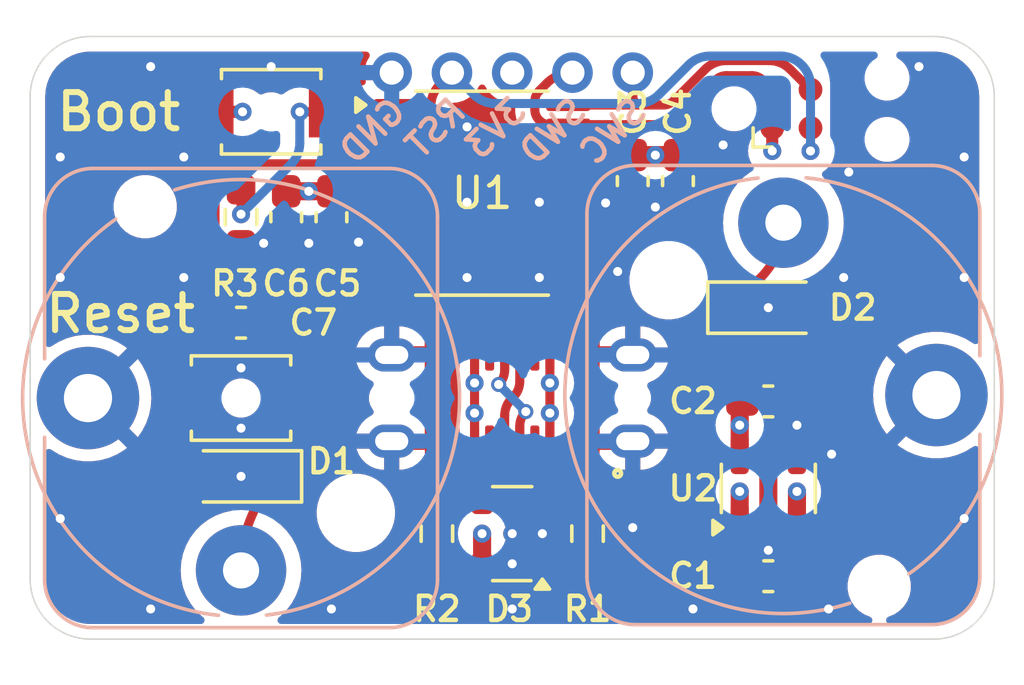
<source format=kicad_pcb>
(kicad_pcb (version 20240108) (generator "pcbnew") (generator_version "8.0")
  (layers (0 "F.Cu" signal) (1 "In1.Cu" signal) (2 "In2.Cu" signal) (31 "B.Cu" signal) (34 "B.Paste" user) (35 "F.Paste" user) (36 "B.SilkS" user "B.Silkscreen") (37 "F.SilkS" user "F.Silkscreen") (38 "B.Mask" user) (39 "F.Mask" user) (44 "Edge.Cuts" user))
  (net 0 "")
  (net 1 "GND")
  (net 2 "SW1")
  (net 3 "SW2")
  (net 5 "VBUS")
  (net 7 "D+")
  (net 8 "Net-(J3-CC2)")
  (net 10 "Net-(J3-CC1)")
  (net 11 "D-")
  (net 12 "RST")
  (net 13 "+3V3")
  (net 15 "SWDIO")
  (net 16 "SWCLK")
  (net 17 "BOOT0")
  (footprint "Connector:Tag-Connect_TC2030-IDC-NL_2x03_P1.27mm_Vertical" (layer "F.Cu") (at 109.9 90.4)
    (property "Reference" "J5" (hide yes))
    (property "Value" "TC2030_SWD")
    (fp_line (start -1.905 1.27) (end -1.905 0.635) (stroke (width 0.12)) (layer "F.SilkS"))
    (fp_line (start -1.27 1.27) (end -1.905 1.27) (stroke (width 0.12)) (layer "F.SilkS"))
    (pad "" np_thru_hole circle (at -2.54 0) (size 0.9906 0.9906) (drill 0.9906) (layers "*.Cu" "*.Mask"))
    (pad "" np_thru_hole circle (at 2.54 -1.016) (size 0.9906 0.9906) (drill 0.9906) (layers "*.Cu" "*.Mask"))
    (pad "" np_thru_hole circle (at 2.54 1.016) (size 0.9906 0.9906) (drill 0.9906) (layers "*.Cu" "*.Mask"))
    (pad "1" connect circle (at -1.27 0.635) (size 0.7874 0.7874) (layers "F.Cu" "F.Mask") (net 13 "+3V3"))
    (pad "2" connect circle (at -1.27 -0.635) (size 0.7874 0.7874) (layers "F.Cu" "F.Mask") (net 15 "SWDIO"))
    (pad "3" connect circle (at 0 0.635) (size 0.7874 0.7874) (layers "F.Cu" "F.Mask") (net 12 "RST"))
    (pad "4" connect circle (at 0 -0.635) (size 0.7874 0.7874) (layers "F.Cu" "F.Mask") (net 16 "SWCLK"))
    (pad "5" connect circle (at 1.27 0.635) (size 0.7874 0.7874) (layers "F.Cu" "F.Mask") (net 1 "GND"))
    (pad "6" connect circle (at 1.27 -0.635) (size 0.7874 0.7874) (layers "F.Cu" "F.Mask"))
    (zone (net 0) (net_name "") (layer "F.Cu") (connect_pads (clearance 0)) (min_thickness 0.254)
      (keepout (tracks allowed) (vias not_allowed) (pads allowed) (copperpour not_allowed) (footprints not_allowed))
      (fill (thermal_gap 0.508) (thermal_bridge_width 0.508))
      (polygon (pts (xy 111.17 89.765) (xy 108.63 89.765) (xy 108.63 91.035) (xy 111.17 91.035)))
    )
  )
  (footprint "Capacitor_SMD:C_0603_1608Metric_Pad1.08x0.95mm_HandSolder" (layer "F.Cu") (at 108.5 100.1125)
    (property "Reference" "C2" (at -2.5 -0.0125 180) (layer "F.SilkS") (effects (font (size 0.8 0.8))))
    (property "Value" "1u")
    (fp_line (start -0.146267 -0.51) (end 0.146267 -0.51) (stroke (width 0.12)) (layer "F.SilkS"))
    (fp_line (start -0.146267 0.51) (end 0.146267 0.51) (stroke (width 0.12)) (layer "F.SilkS"))
    (pad "1" smd roundrect (at -0.8625 0) (size 1.075 0.95) (layers "F.Cu" "F.Paste" "F.Mask") (net 13 "+3V3"))
    (pad "2" smd roundrect (at 0.8625 0) (size 1.075 0.95) (layers "F.Cu" "F.Paste" "F.Mask") (net 1 "GND"))
  )
  (footprint "Capacitor_SMD:C_0603_1608Metric_Pad1.08x0.95mm_HandSolder" (layer "F.Cu") (at 92.5 94 -90)
    (property "Reference" "C6" (at 2.2 0 180) (layer "F.SilkS") (effects (font (size 0.8 0.8))))
    (property "Value" "1u")
    (fp_line (start -0.146267 0.51) (end 0.146267 0.51) (stroke (width 0.12)) (layer "F.SilkS"))
    (fp_line (start -0.146267 -0.51) (end 0.146267 -0.51) (stroke (width 0.12)) (layer "F.SilkS"))
    (pad "1" smd roundrect (at -0.8625 0 270) (size 1.075 0.95) (layers "F.Cu" "F.Paste" "F.Mask") (net 13 "+3V3"))
    (pad "2" smd roundrect (at 0.8625 0 270) (size 1.075 0.95) (layers "F.Cu" "F.Paste" "F.Mask") (net 1 "GND"))
  )
  (footprint "Capacitor_SMD:C_0603_1608Metric_Pad1.08x0.95mm_HandSolder" (layer "F.Cu") (at 94 94 -90)
    (property "Reference" "C5" (at 2.2 -0.2 180) (layer "F.SilkS") (effects (font (size 0.8 0.8))))
    (property "Value" "10n")
    (fp_line (start -0.146267 0.51) (end 0.146267 0.51) (stroke (width 0.12)) (layer "F.SilkS"))
    (fp_line (start -0.146267 -0.51) (end 0.146267 -0.51) (stroke (width 0.12)) (layer "F.SilkS"))
    (pad "1" smd roundrect (at -0.8625 0 270) (size 1.075 0.95) (layers "F.Cu" "F.Paste" "F.Mask") (net 13 "+3V3"))
    (pad "2" smd roundrect (at 0.8625 0 270) (size 1.075 0.95) (layers "F.Cu" "F.Paste" "F.Mask") (net 1 "GND"))
  )
  (footprint "Resistor_SMD:R_0603_1608Metric_Pad0.98x0.95mm_HandSolder" (layer "F.Cu") (at 102.5 104.5 -90)
    (property "Reference" "R1" (at 2.5 0 180) (layer "F.SilkS") (effects (font (size 0.8 0.8))))
    (property "Value" "5.1k")
    (fp_line (start -0.254724 0.5225) (end 0.254724 0.5225) (stroke (width 0.12)) (layer "F.SilkS"))
    (fp_line (start -0.254724 -0.5225) (end 0.254724 -0.5225) (stroke (width 0.12)) (layer "F.SilkS"))
    (pad "1" smd roundrect (at -0.9125 0 270) (size 0.975 0.95) (layers "F.Cu" "F.Paste" "F.Mask") (net 10 "Net-(J3-CC1)"))
    (pad "2" smd roundrect (at 0.9125 0 270) (size 0.975 0.95) (layers "F.Cu" "F.Paste" "F.Mask") (net 1 "GND"))
  )
  (footprint "Capacitor_SMD:C_0603_1608Metric_Pad1.08x0.95mm_HandSolder" (layer "F.Cu") (at 108.5 105.9125)
    (property "Reference" "C1" (at -2.5 -0.0125 180) (layer "F.SilkS") (effects (font (size 0.8 0.8))))
    (property "Value" "1u")
    (fp_line (start -0.146267 -0.51) (end 0.146267 -0.51) (stroke (width 0.12)) (layer "F.SilkS"))
    (fp_line (start -0.146267 0.51) (end 0.146267 0.51) (stroke (width 0.12)) (layer "F.SilkS"))
    (pad "1" smd roundrect (at -0.8625 0) (size 1.075 0.95) (layers "F.Cu" "F.Paste" "F.Mask") (net 5 "VBUS"))
    (pad "2" smd roundrect (at 0.8625 0) (size 1.075 0.95) (layers "F.Cu" "F.Paste" "F.Mask") (net 1 "GND"))
  )
  (footprint "Resistor_SMD:R_0603_1608Metric_Pad0.98x0.95mm_HandSolder" (layer "F.Cu") (at 91 94 -90)
    (property "Reference" "R3" (at 2.2 0.2 180) (layer "F.SilkS") (effects (font (size 0.8 0.8))))
    (property "Value" "10k")
    (fp_line (start -0.254724 0.5225) (end 0.254724 0.5225) (stroke (width 0.12)) (layer "F.SilkS"))
    (fp_line (start -0.254724 -0.5225) (end 0.254724 -0.5225) (stroke (width 0.12)) (layer "F.SilkS"))
    (pad "1" smd roundrect (at -0.9125 0 270) (size 0.975 0.95) (layers "F.Cu" "F.Paste" "F.Mask") (net 17 "BOOT0"))
    (pad "2" smd roundrect (at 0.9125 0 270) (size 0.975 0.95) (layers "F.Cu" "F.Paste" "F.Mask") (net 1 "GND"))
  )
  (footprint "Capacitor_SMD:C_0603_1608Metric_Pad1.08x0.95mm_HandSolder" (layer "F.Cu") (at 91 97.5 180)
    (property "Reference" "C7" (at -2.4 0 0) (layer "F.SilkS") (effects (font (size 0.8 0.8) (thickness 0.15) (bold yes))))
    (property "Value" "100n")
    (fp_line (start -0.146267 0.51) (end 0.146267 0.51) (stroke (width 0.12)) (layer "F.SilkS"))
    (fp_line (start -0.146267 -0.51) (end 0.146267 -0.51) (stroke (width 0.12)) (layer "F.SilkS"))
    (pad "1" smd roundrect (at -0.8625 0 180) (size 1.075 0.95) (layers "F.Cu" "F.Paste" "F.Mask") (net 12 "RST"))
    (pad "2" smd roundrect (at 0.8625 0 180) (size 1.075 0.95) (layers "F.Cu" "F.Paste" "F.Mask") (net 1 "GND"))
  )
  (footprint "Package_TO_SOT_SMD:SOT-23-5" (layer "F.Cu") (at 108.5 103 90)
    (property "Reference" "U2" (at 0 -2.5 180) (layer "F.SilkS") (effects (font (size 0.8 0.8))))
    (property "Value" "TPS7A0533PDBV")
    (fp_line (start 0 -1.56) (end 0.8 -1.56) (stroke (width 0.12)) (layer "F.SilkS"))
    (fp_line (start 0 -1.56) (end -0.8 -1.56) (stroke (width 0.12)) (layer "F.SilkS"))
    (fp_line (start 0 1.56) (end 0.8 1.56) (stroke (width 0.12)) (layer "F.SilkS"))
    (fp_line (start 0 1.56) (end -0.8 1.56) (stroke (width 0.12)) (layer "F.SilkS"))
    (fp_poly (pts (xy -1.3 -1.51) (xy -1.54 -1.84) (xy -1.06 -1.84) (xy -1.3 -1.51)) (stroke (width 0.12)) (fill solid) (layer "F.SilkS"))
    (pad "1" smd roundrect (at -1.1375 -0.95 90) (size 1.325 0.6) (layers "F.Cu" "F.Paste" "F.Mask") (net 5 "VBUS"))
    (pad "2" smd roundrect (at -1.1375 0 90) (size 1.325 0.6) (layers "F.Cu" "F.Paste" "F.Mask") (net 1 "GND"))
    (pad "3" smd roundrect (at -1.1375 0.95 90) (size 1.325 0.6) (layers "F.Cu" "F.Paste" "F.Mask") (net 5 "VBUS"))
    (pad "4" smd roundrect (at 1.1375 0.95 90) (size 1.325 0.6) (layers "F.Cu" "F.Paste" "F.Mask") (net 1 "GND"))
    (pad "5" smd roundrect (at 1.1375 -0.95 90) (size 1.325 0.6) (layers "F.Cu" "F.Paste" "F.Mask") (net 13 "+3V3"))
  )
  (footprint "Button_Switch_SMD:SW_SPST_B3U-1000P-B" (layer "F.Cu") (at 91 100 180)
    (property "Reference" "SW1" (hide yes))
    (property "Value" "RST")
    (fp_line (start 1.65 1.4) (end 1.65 1.1) (stroke (width 0.12)) (layer "F.SilkS"))
    (fp_line (start 1.65 -1.4) (end 1.65 -1.1) (stroke (width 0.12)) (layer "F.SilkS"))
    (fp_line (start -1.65 1.4) (end 1.65 1.4) (stroke (width 0.12)) (layer "F.SilkS"))
    (fp_line (start -1.65 1.1) (end -1.65 1.4) (stroke (width 0.12)) (layer "F.SilkS"))
    (fp_line (start -1.65 -1.1) (end -1.65 -1.4) (stroke (width 0.12)) (layer "F.SilkS"))
    (fp_line (start -1.65 -1.4) (end 1.65 -1.4) (stroke (width 0.12)) (layer "F.SilkS"))
    (pad "" np_thru_hole circle (at 0 0 180) (size 0.8 0.8) (drill 0.8) (layers "*.Cu" "*.Mask"))
    (pad "1" smd rect (at -1.7 0 180) (size 0.9 1.7) (layers "F.Cu" "F.Paste" "F.Mask") (net 12 "RST"))
    (pad "2" smd rect (at 1.7 0 180) (size 0.9 1.7) (layers "F.Cu" "F.Paste" "F.Mask") (net 1 "GND"))
  )
  (footprint "Package_TO_SOT_SMD:SOT-143" (layer "F.Cu") (at 100 104.5 180)
    (property "Reference" "D3" (at 0.1 -2.5 0) (layer "F.SilkS") (effects (font (size 0.8 0.8))))
    (property "Value" "PRTR5V0U2X")
    (fp_line (start 0.65 -1.56) (end -0.62 -1.56) (stroke (width 0.12)) (layer "F.SilkS"))
    (fp_line (start -0.65 1.56) (end 0.65 1.56) (stroke (width 0.12)) (layer "F.SilkS"))
    (fp_poly (pts (xy -1 -1.51) (xy -1.24 -1.84) (xy -0.76 -1.84) (xy -1 -1.51)) (stroke (width 0.12)) (fill solid) (layer "F.SilkS"))
    (pad "1" smd roundrect (at -1 -0.75 180) (size 0.7 1) (layers "F.Cu" "F.Paste" "F.Mask") (net 1 "GND"))
    (pad "2" smd roundrect (at -1 0.95 180) (size 0.7 0.6) (layers "F.Cu" "F.Paste" "F.Mask") (net 7 "D+"))
    (pad "3" smd roundrect (at 1 0.95 180) (size 0.7 0.6) (layers "F.Cu" "F.Paste" "F.Mask") (net 11 "D-"))
    (pad "4" smd roundrect (at 1 -0.95 180) (size 0.7 0.6) (layers "F.Cu" "F.Paste" "F.Mask") (net 5 "VBUS"))
  )
  (footprint "Package_SO:TSSOP-20_4.4x6.5mm_P0.65mm" (layer "F.Cu") (at 99 93.2)
    (property "Reference" "U1" (at 0 0 0) (layer "F.SilkS"))
    (property "Value" "STM32F042F6Px")
    (fp_line (start 0 -3.385) (end -2.2 -3.385) (stroke (width 0.12)) (layer "F.SilkS"))
    (fp_line (start 0 -3.385) (end 2.2 -3.385) (stroke (width 0.12)) (layer "F.SilkS"))
    (fp_line (start 0 3.385) (end -2.2 3.385) (stroke (width 0.12)) (layer "F.SilkS"))
    (fp_line (start 0 3.385) (end 2.2 3.385) (stroke (width 0.12)) (layer "F.SilkS"))
    (fp_poly (pts (xy -3.86 -2.925) (xy -4.19 -3.165) (xy -4.19 -2.685) (xy -3.86 -2.925)) (stroke (width 0.12)) (fill solid) (layer "F.SilkS"))
    (pad "1" smd roundrect (at -2.8625 -2.925) (size 1.475 0.4) (layers "F.Cu" "F.Paste" "F.Mask") (net 17 "BOOT0"))
    (pad "2" smd roundrect (at -2.8625 -2.275) (size 1.475 0.4) (layers "F.Cu" "F.Paste" "F.Mask"))
    (pad "3" smd roundrect (at -2.8625 -1.625) (size 1.475 0.4) (layers "F.Cu" "F.Paste" "F.Mask"))
    (pad "4" smd roundrect (at -2.8625 -0.975) (size 1.475 0.4) (layers "F.Cu" "F.Paste" "F.Mask") (net 12 "RST"))
    (pad "5" smd roundrect (at -2.8625 -0.325) (size 1.475 0.4) (layers "F.Cu" "F.Paste" "F.Mask") (net 13 "+3V3"))
    (pad "6" smd roundrect (at -2.8625 0.325) (size 1.475 0.4) (layers "F.Cu" "F.Paste" "F.Mask") (net 1 "GND"))
    (pad "7" smd roundrect (at -2.8625 0.975) (size 1.475 0.4) (layers "F.Cu" "F.Paste" "F.Mask") (net 1 "GND"))
    (pad "8" smd roundrect (at -2.8625 1.625) (size 1.475 0.4) (layers "F.Cu" "F.Paste" "F.Mask") (net 1 "GND"))
    (pad "9" smd roundrect (at -2.8625 2.275) (size 1.475 0.4) (layers "F.Cu" "F.Paste" "F.Mask") (net 1 "GND"))
    (pad "10" smd roundrect (at -2.8625 2.925) (size 1.475 0.4) (layers "F.Cu" "F.Paste" "F.Mask") (net 2 "SW1"))
    (pad "11" smd roundrect (at 2.8625 2.925) (size 1.475 0.4) (layers "F.Cu" "F.Paste" "F.Mask") (net 1 "GND"))
    (pad "12" smd roundrect (at 2.8625 2.275) (size 1.475 0.4) (layers "F.Cu" "F.Paste" "F.Mask") (net 1 "GND"))
    (pad "13" smd roundrect (at 2.8625 1.625) (size 1.475 0.4) (layers "F.Cu" "F.Paste" "F.Mask") (net 3 "SW2"))
    (pad "14" smd roundrect (at 2.8625 0.975) (size 1.475 0.4) (layers "F.Cu" "F.Paste" "F.Mask"))
    (pad "15" smd roundrect (at 2.8625 0.325) (size 1.475 0.4) (layers "F.Cu" "F.Paste" "F.Mask") (net 1 "GND"))
    (pad "16" smd roundrect (at 2.8625 -0.325) (size 1.475 0.4) (layers "F.Cu" "F.Paste" "F.Mask") (net 13 "+3V3"))
    (pad "17" smd roundrect (at 2.8625 -0.975) (size 1.475 0.4) (layers "F.Cu" "F.Paste" "F.Mask") (net 11 "D-"))
    (pad "18" smd roundrect (at 2.8625 -1.625) (size 1.475 0.4) (layers "F.Cu" "F.Paste" "F.Mask") (net 7 "D+"))
    (pad "19" smd roundrect (at 2.8625 -2.275) (size 1.475 0.4) (layers "F.Cu" "F.Paste" "F.Mask") (net 15 "SWDIO"))
    (pad "20" smd roundrect (at 2.8625 -2.925) (size 1.475 0.4) (layers "F.Cu" "F.Paste" "F.Mask") (net 16 "SWCLK"))
  )
  (footprint "Button_Switch_SMD:SW_SPST_B3U-1000P-B" (layer "F.Cu") (at 92 90.5 180)
    (property "Reference" "SW2" (hide yes))
    (property "Value" "BOOT")
    (fp_line (start 1.65 1.4) (end 1.65 1.1) (stroke (width 0.12)) (layer "F.SilkS"))
    (fp_line (start 1.65 -1.4) (end 1.65 -1.1) (stroke (width 0.12)) (layer "F.SilkS"))
    (fp_line (start -1.65 1.4) (end 1.65 1.4) (stroke (width 0.12)) (layer "F.SilkS"))
    (fp_line (start -1.65 1.1) (end -1.65 1.4) (stroke (width 0.12)) (layer "F.SilkS"))
    (fp_line (start -1.65 -1.1) (end -1.65 -1.4) (stroke (width 0.12)) (layer "F.SilkS"))
    (fp_line (start -1.65 -1.4) (end 1.65 -1.4) (stroke (width 0.12)) (layer "F.SilkS"))
    (pad "" np_thru_hole circle (at 0 0 180) (size 0.8 0.8) (drill 0.8) (layers "*.Cu" "*.Mask"))
    (pad "1" smd rect (at -1.7 0 180) (size 0.9 1.7) (layers "F.Cu" "F.Paste" "F.Mask") (net 17 "BOOT0"))
    (pad "2" smd rect (at 1.7 0 180) (size 0.9 1.7) (layers "F.Cu" "F.Paste" "F.Mask") (net 13 "+3V3"))
  )
  (footprint "PageTurner:USB_C_Receptacle_GCT_USB_4145" (layer "F.Cu") (at 100 100 180)
    (property "Reference" "J3" (hide yes))
    (property "Value" "USB_C_Receptacle")
    (fp_circle (center -3.5 -2.5) (end -3.388197 -2.5) (stroke (width 0.15)) (fill none) (layer "F.SilkS"))
    (pad "" np_thru_hole circle (at -4 0 180) (size 0.71 0.71) (drill 0.71) (layers "F&B.Cu" "*.Mask"))
    (pad "" np_thru_hole oval (at 4 0 180) (size 1.01 0.71) (drill oval 1.01 0.71) (layers "F&B.Cu" "*.Mask"))
    (pad "A1" smd roundrect (at -2.75 -1.56 180) (size 0.3 1.3) (layers "F.Cu" "F.Paste" "F.Mask") (net 1 "GND"))
    (pad "A4" smd roundrect (at -1.25 -1.56 180) (size 0.3 1.3) (layers "F.Cu" "F.Paste" "F.Mask") (net 5 "VBUS"))
    (pad "A5" smd roundrect (at -0.75 -1.56 180) (size 0.3 1.3) (layers "F.Cu" "F.Paste" "F.Mask") (net 10 "Net-(J3-CC1)"))
    (pad "A6" smd roundrect (at -0.25 -1.56 180) (size 0.3 1.3) (layers "F.Cu" "F.Paste" "F.Mask") (net 7 "D+"))
    (pad "A7" smd roundrect (at 0.25 -1.56 180) (size 0.3 1.3) (layers "F.Cu" "F.Paste" "F.Mask") (net 11 "D-"))
    (pad "A8" smd roundrect (at 0.75 -1.56 180) (size 0.3 1.3) (layers "F.Cu" "F.Paste" "F.Mask"))
    (pad "A9" smd roundrect (at 1.25 -1.56 180) (size 0.3 1.3) (layers "F.Cu" "F.Paste" "F.Mask") (net 5 "VBUS"))
    (pad "A12" smd roundrect (at 2.75 -1.56 180) (size 0.3 1.3) (layers "F.Cu" "F.Paste" "F.Mask") (net 1 "GND"))
    (pad "B1" smd roundrect (at 2.75 1.56 180) (size 0.3 1.3) (layers "F.Cu" "F.Paste" "F.Mask") (net 1 "GND"))
    (pad "B4" smd roundrect (at 1.25 1.56 180) (size 0.3 1.3) (layers "F.Cu" "F.Paste" "F.Mask") (net 5 "VBUS"))
    (pad "B5" smd roundrect (at 0.75 1.56 180) (size 0.3 1.3) (layers "F.Cu" "F.Paste" "F.Mask") (net 8 "Net-(J3-CC2)"))
    (pad "B6" smd roundrect (at 0.25 1.56 180) (size 0.3 1.3) (layers "F.Cu" "F.Paste" "F.Mask") (net 7 "D+"))
    (pad "B7" smd roundrect (at -0.25 1.56 180) (size 0.3 1.3) (layers "F.Cu" "F.Paste" "F.Mask") (net 11 "D-"))
    (pad "B8" smd roundrect (at -0.75 1.56 180) (size 0.3 1.3) (layers "F.Cu" "F.Paste" "F.Mask"))
    (pad "B9" smd roundrect (at -1.25 1.56 180) (size 0.3 1.3) (layers "F.Cu" "F.Paste" "F.Mask") (net 5 "VBUS"))
    (pad "B12" smd roundrect (at -2.75 1.56 180) (size 0.3 1.3) (layers "F.Cu" "F.Paste" "F.Mask") (net 1 "GND"))
    (pad "S1" thru_hole oval (at -4 -1.43) (size 1.6 1.1) (drill oval 1.1 0.6) (layers "*.Cu" "*.Mask") (net 1 "GND"))
    (pad "S1" thru_hole oval (at -4 1.43) (size 1.6 1.1) (drill oval 1.1 0.6) (layers "*.Cu" "*.Mask") (net 1 "GND"))
    (pad "S1" thru_hole oval (at 4 -1.43) (size 1.6 1.1) (drill oval 1.1 0.6) (layers "*.Cu" "*.Mask") (net 1 "GND"))
    (pad "S1" thru_hole oval (at 4 1.43) (size 1.6 1.1) (drill oval 1.1 0.6) (layers "*.Cu" "*.Mask") (net 1 "GND"))
  )
  (footprint "Diode_SMD:D_SOD-323_HandSoldering" (layer "F.Cu") (at 108.5 97)
    (property "Reference" "D2" (at 2.8 0 180) (layer "F.SilkS") (effects (font (size 0.8 0.8))))
    (property "Value" "SD03C-7")
    (fp_line (start -2.01 -0.85) (end -2.01 0.85) (stroke (width 0.12)) (layer "F.SilkS"))
    (fp_line (start -2.01 -0.85) (end 1.25 -0.85) (stroke (width 0.12)) (layer "F.SilkS"))
    (fp_line (start -2.01 0.85) (end 1.25 0.85) (stroke (width 0.12)) (layer "F.SilkS"))
    (pad "1" smd roundrect (at -1.25 0) (size 1 1) (layers "F.Cu" "F.Paste" "F.Mask") (net 3 "SW2"))
    (pad "2" smd roundrect (at 1.25 0) (size 1 1) (layers "F.Cu" "F.Paste" "F.Mask") (net 1 "GND"))
  )
  (footprint "Diode_SMD:D_SOD-323_HandSoldering" (layer "F.Cu") (at 91 102.6 180)
    (property "Reference" "D1" (at -3 0.5 180) (layer "F.SilkS") (effects (font (size 0.8 0.8))))
    (property "Value" "SD03C-7")
    (fp_line (start -2.01 0.85) (end 1.25 0.85) (stroke (width 0.12)) (layer "F.SilkS"))
    (fp_line (start -2.01 -0.85) (end 1.25 -0.85) (stroke (width 0.12)) (layer "F.SilkS"))
    (fp_line (start -2.01 -0.85) (end -2.01 0.85) (stroke (width 0.12)) (layer "F.SilkS"))
    (pad "1" smd roundrect (at -1.25 0 180) (size 1 1) (layers "F.Cu" "F.Paste" "F.Mask") (net 2 "SW1"))
    (pad "2" smd roundrect (at 1.25 0 180) (size 1 1) (layers "F.Cu" "F.Paste" "F.Mask") (net 1 "GND"))
  )
  (footprint "Capacitor_SMD:C_0603_1608Metric_Pad1.08x0.95mm_HandSolder" (layer "F.Cu") (at 105.5 92.8 -90)
    (property "Reference" "C4" (at -2.3 0 90) (layer "F.SilkS") (effects (font (size 0.8 0.8))))
    (property "Value" "4.7u")
    (fp_line (start -0.146267 0.51) (end 0.146267 0.51) (stroke (width 0.12)) (layer "F.SilkS"))
    (fp_line (start -0.146267 -0.51) (end 0.146267 -0.51) (stroke (width 0.12)) (layer "F.SilkS"))
    (pad "1" smd roundrect (at -0.8625 0 270) (size 1.075 0.95) (layers "F.Cu" "F.Paste" "F.Mask") (net 13 "+3V3"))
    (pad "2" smd roundrect (at 0.8625 0 270) (size 1.075 0.95) (layers "F.Cu" "F.Paste" "F.Mask") (net 1 "GND"))
  )
  (footprint "Capacitor_SMD:C_0603_1608Metric_Pad1.08x0.95mm_HandSolder" (layer "F.Cu") (at 104 92.8 -90)
    (property "Reference" "C3" (at -2.3 0 90) (layer "F.SilkS") (effects (font (size 0.8 0.8))))
    (property "Value" "100n")
    (fp_line (start -0.146267 0.51) (end 0.146267 0.51) (stroke (width 0.12)) (layer "F.SilkS"))
    (fp_line (start -0.146267 -0.51) (end 0.146267 -0.51) (stroke (width 0.12)) (layer "F.SilkS"))
    (pad "1" smd roundrect (at -0.8625 0 270) (size 1.075 0.95) (layers "F.Cu" "F.Paste" "F.Mask") (net 13 "+3V3"))
    (pad "2" smd roundrect (at 0.8625 0 270) (size 1.075 0.95) (layers "F.Cu" "F.Paste" "F.Mask") (net 1 "GND"))
  )
  (footprint "Resistor_SMD:R_0603_1608Metric_Pad0.98x0.95mm_HandSolder" (layer "F.Cu") (at 97.5 104.5 -90)
    (property "Reference" "R2" (at 2.5 0 180) (layer "F.SilkS") (effects (font (size 0.8 0.8))))
    (property "Value" "5.1k")
    (fp_line (start -0.254724 0.5225) (end 0.254724 0.5225) (stroke (width 0.12)) (layer "F.SilkS"))
    (fp_line (start -0.254724 -0.5225) (end 0.254724 -0.5225) (stroke (width 0.12)) (layer "F.SilkS"))
    (pad "1" smd roundrect (at -0.9125 0 270) (size 0.975 0.95) (layers "F.Cu" "F.Paste" "F.Mask") (net 8 "Net-(J3-CC2)"))
    (pad "2" smd roundrect (at 0.9125 0 270) (size 0.975 0.95) (layers "F.Cu" "F.Paste" "F.Mask") (net 1 "GND"))
  )
  (footprint "PageTurner:PinHeader_1x05_P2.00mm_Vertical" (layer "B.Cu") (at 104 89.2 90)
    (property "Reference" "TP1" (hide yes))
    (property "Value" "Debug")
    (pad "1" thru_hole oval (at 0 0 90) (size 1 1) (drill 0.8) (layers "*.Cu" "*.Mask") (net 16 "SWCLK"))
    (pad "1" smd oval (at 0 0 90) (size 1.35 1.35) (layers "B.Cu" "B.Mask") (net 16 "SWCLK"))
    (pad "2" thru_hole oval (at 0 -2 90) (size 1 1) (drill 0.8) (layers "*.Cu" "*.Mask") (net 15 "SWDIO"))
    (pad "2" smd oval (at 0 -2 90) (size 1.35 1.35) (layers "B.Cu" "B.Mask") (net 15 "SWDIO"))
    (pad "3" thru_hole oval (at 0 -4 90) (size 1 1) (drill 0.8) (layers "*.Cu" "*.Mask") (net 13 "+3V3"))
    (pad "3" smd oval (at 0 -4 90) (size 1.35 1.35) (layers "B.Cu" "B.Mask") (net 13 "+3V3"))
    (pad "4" thru_hole oval (at 0 -6 90) (size 1 1) (drill 0.8) (layers "*.Cu" "*.Mask") (net 12 "RST"))
    (pad "4" smd oval (at 0 -6 90) (size 1.35 1.35) (layers "B.Cu" "B.Mask") (net 12 "RST"))
    (pad "5" thru_hole oval (at 0 -8 90) (size 1 1) (drill 0.8) (layers "*.Cu" "*.Mask") (net 1 "GND"))
    (pad "5" smd oval (at 0 -8 90) (size 1.35 1.35) (layers "B.Cu" "B.Mask") (net 1 "GND"))
  )
  (footprint "PageTurner:Jack_6.35mm_Neutrik_NJ2FD-V_Vertical" (layer "B.Cu") (at 91 105.72)
    (property "Reference" "J1" (hide yes))
    (property "Value" "AudioJack2")
    (fp_line (start -6.52 -11.74) (end -6.52 -7.02) (stroke (width 0.12)) (layer "B.SilkS"))
    (fp_line (start -6.52 -4.42) (end -6.52 0.3) (stroke (width 0.12)) (layer "B.SilkS"))
    (fp_line (start 4.92 -13.34) (end -4.92 -13.34) (stroke (width 0.12)) (layer "B.SilkS"))
    (fp_line (start 4.92 1.9) (end -4.92 1.9) (stroke (width 0.12)) (layer "B.SilkS"))
    (fp_line (start 6.52 -11.74) (end 6.52 0.3) (stroke (width 0.12)) (layer "B.SilkS"))
    (fp_arc (start -6.52 -11.74) (mid -6.051371 -12.871371) (end -4.92 -13.34) (stroke (width 0.12)) (layer "B.SilkS"))
    (fp_arc (start -4.92 1.9) (mid -6.051371 1.431371) (end -6.52 0.3) (stroke (width 0.12)) (layer "B.SilkS"))
    (fp_arc (start -2.2 -12.63) (mid 7.089048 -7.247578) (end 0.84109 1.482824) (stroke (width 0.12)) (layer "B.SilkS"))
    (fp_arc (start -0.75 1.49) (mid -7.016062 -3.897509) (end -4.164153 -11.6535) (stroke (width 0.12)) (layer "B.SilkS"))
    (fp_arc (start 4.92 -13.34) (mid 6.051371 -12.871371) (end 6.52 -11.74) (stroke (width 0.12)) (layer "B.SilkS"))
    (fp_arc (start 6.52 0.3) (mid 6.051371 1.431371) (end 4.92 1.9) (stroke (width 0.12)) (layer "B.SilkS"))
    (pad "" np_thru_hole circle (at -3.18 -12.07 180) (size 1.6 1.6) (drill 1.6) (layers "*.Cu" "*.Mask"))
    (pad "" np_thru_hole circle (at 3.81 -1.91 180) (size 2.1 2.1) (drill 2.1) (layers "*.Cu" "*.Mask"))
    (pad "S" thru_hole circle (at -5.08 -5.72 180) (size 3.4 3.4) (drill 1.6) (layers "*.Cu" "*.Mask") (net 1 "GND"))
    (pad "T" thru_hole circle (at 0 0 180) (size 3 3) (drill 1.2) (layers "*.Cu" "*.Mask") (net 2 "SW1"))
  )
  (footprint "PageTurner:Jack_6.35mm_Neutrik_NJ2FD-V_Vertical" (layer "B.Cu") (at 109 94.18 180)
    (property "Reference" "J2" (hide yes))
    (property "Value" "AudioJack2")
    (fp_line (start 6.52 -11.74) (end 6.52 0.3) (stroke (width 0.12)) (layer "B.SilkS"))
    (fp_line (start 4.92 1.9) (end -4.92 1.9) (stroke (width 0.12)) (layer "B.SilkS"))
    (fp_line (start 4.92 -13.34) (end -4.92 -13.34) (stroke (width 0.12)) (layer "B.SilkS"))
    (fp_line (start -6.52 -4.42) (end -6.52 0.3) (stroke (width 0.12)) (layer "B.SilkS"))
    (fp_line (start -6.52 -11.74) (end -6.52 -7.02) (stroke (width 0.12)) (layer "B.SilkS"))
    (fp_arc (start 6.52 0.3) (mid 6.051371 1.431371) (end 4.92 1.9) (stroke (width 0.12)) (layer "B.SilkS"))
    (fp_arc (start 4.92 -13.34) (mid 6.051371 -12.871371) (end 6.52 -11.74) (stroke (width 0.12)) (layer "B.SilkS"))
    (fp_arc (start -0.75 1.49) (mid -7.016062 -3.897509) (end -4.164153 -11.6535) (stroke (width 0.12)) (layer "B.SilkS"))
    (fp_arc (start -2.2 -12.63) (mid 7.089048 -7.247578) (end 0.84109 1.482824) (stroke (width 0.12)) (layer "B.SilkS"))
    (fp_arc (start -4.92 1.9) (mid -6.051371 1.431371) (end -6.52 0.3) (stroke (width 0.12)) (layer "B.SilkS"))
    (fp_arc (start -6.52 -11.74) (mid -6.051371 -12.871371) (end -4.92 -13.34) (stroke (width 0.12)) (layer "B.SilkS"))
    (pad "" np_thru_hole circle (at -3.18 -12.07) (size 1.6 1.6) (drill 1.6) (layers "*.Cu" "*.Mask"))
    (pad "" np_thru_hole circle (at 3.81 -1.91) (size 2.1 2.1) (drill 2.1) (layers "*.Cu" "*.Mask"))
    (pad "S" thru_hole circle (at -5.08 -5.72) (size 3.4 3.4) (drill 1.6) (layers "*.Cu" "*.Mask") (net 1 "GND"))
    (pad "T" thru_hole circle (at 0 0) (size 3 3) (drill 1.2) (layers "*.Cu" "*.Mask") (net 3 "SW2"))
  )
  (gr_line (start 86 108) (end 114 108) (stroke (width 0.05)) (layer "Edge.Cuts"))
  (gr_arc (start 86 108) (mid 84.585786 107.414214) (end 84 106) (stroke (width 0.05)) (layer "Edge.Cuts"))
  (gr_line (start 84 90) (end 84 106) (stroke (width 0.05)) (layer "Edge.Cuts"))
  (gr_line (start 116 106) (end 116 90) (stroke (width 0.05)) (layer "Edge.Cuts"))
  (gr_line (start 114 88) (end 86 88) (stroke (width 0.05)) (layer "Edge.Cuts"))
  (gr_arc (start 84 90) (mid 84.585786 88.585786) (end 86 88) (stroke (width 0.05)) (layer "Edge.Cuts"))
  (gr_arc (start 116 106) (mid 115.414214 107.414214) (end 114 108) (stroke (width 0.05)) (layer "Edge.Cuts"))
  (gr_arc (start 114 88) (mid 115.414214 88.585786) (end 116 90) (stroke (width 0.05)) (layer "Edge.Cuts"))
  (gr_text "SWD" (at 102.3 90.2 45) (layer "B.SilkS") (effects (font (size 0.8 0.8) (thickness 0.15) (bold yes)) (justify left mirror)))
  (gr_text "3V3" (at 100.3 90.2 45) (layer "B.SilkS") (effects (font (size 0.8 0.8) (thickness 0.15) (bold yes)) (justify left mirror)))
  (gr_text "RST" (at 98.3 90.2 45) (layer "B.SilkS") (effects (font (size 0.8 0.8) (thickness 0.15) (bold yes)) (justify left mirror)))
  (gr_text "GND" (at 96.3 90.2 45) (layer "B.SilkS") (effects (font (size 0.8 0.8) (thickness 0.15) (bold yes)) (justify left mirror)))
  (gr_text "SWC" (at 104.3 90.2 45) (layer "B.SilkS") (effects (font (size 0.8 0.8) (thickness 0.15) (bold yes)) (justify left mirror)))
  (gr_text "Boot" (at 89.1 90.5 0) (layer "F.SilkS") (effects (font (size 1.2 1.2) (thickness 0.2) (bold yes)) (justify right)))
  (gr_text "Reset" (at 87 97.2 0) (layer "F.SilkS") (effects (font (size 1.2 1.2) (thickness 0.2) (bold yes))))
  (segment (start 96.1375 95.475) (end 97.975 95.475) (width 0.4) (layer "F.Cu") (net 1))
  (segment (start 109.45 101.8625) (end 109.45 100.9) (width 0.6) (layer "F.Cu") (net 1))
  (segment (start 102.75 97.2) (end 103.5 96.45) (width 0.3) (layer "F.Cu") (net 1))
  (segment (start 97.975 95.475) (end 98.5 96) (width 0.4) (layer "F.Cu") (net 1))
  (segment (start 103.5 96.45) (end 103.5 95.8) (width 0.4) (layer "F.Cu") (net 1))
  (segment (start 101 104.5) (end 100 104.5) (width 0.4) (layer "F.Cu") (net 1))
  (segment (start 108.5 104.1375) (end 108.5 105.05) (width 0.6) (layer "F.Cu") (net 1))
  (segment (start 91.75 94.8625) (end 91.05 94.8625) (width 0.6) (layer "F.Cu") (net 1))
  (segment (start 111.17 91.035) (end 111.17 92.5) (width 0.4) (layer "F.Cu") (net 1))
  (segment (start 92.5 94.8625) (end 93.25 94.8625) (width 0.6) (layer "F.Cu") (net 1))
  (segment (start 94.9 94.825) (end 94.0375 94.825) (width 0.4) (layer "F.Cu") (net 1))
  (segment (start 92.5 94.8625) (end 91.75 94.8625) (width 0.6) (layer "F.Cu") (net 1))
  (segment (start 97.25 98.44) (end 97.25 97.1) (width 0.3) (layer "F.Cu") (net 1))
  (segment (start 109.45 100.9) (end 109.45 100.1125) (width 0.6) (layer "F.Cu") (net 1))
  (segment (start 103.175 95.475) (end 101.8625 95.475) (width 0.4) (layer "F.Cu") (net 1))
  (segment (start 101.8625 93.525) (end 100.925 93.525) (width 0.4) (layer "F.Cu") (net 1))
  (segment (start 103.5 95.8) (end 103.175 95.475) (width 0.4) (layer "F.Cu") (net 1))
  (segment (start 101 105.25) (end 101 104.5) (width 0.6) (layer "F.Cu") (net 1))
  (segment (start 104.75 93.6625) (end 105.5 93.6625) (width 0.6) (layer "F.Cu") (net 1))
  (segment (start 101.1625 105.4125) (end 101 105.25) (width 0.4) (layer "F.Cu") (net 1))
  (segment (start 100 105.5) (end 100 105.25) (width 0.4) (layer "F.Cu") (net 1))
  (segment (start 97.25 98.44) (end 97.25 101.56) (width 0.3) (layer "F.Cu") (net 1))
  (segment (start 101.8625 93.525) (end 103.1 93.525) (width 0.4) (layer "F.Cu") (net 1))
  (segment (start 101.8625 96.125) (end 100.9 96.125) (width 0.4) (layer "F.Cu") (net 1))
  (segment (start 93.25 94.8625) (end 94 94.8625) (width 0.6) (layer "F.Cu") (net 1))
  (segment (start 108.5 105.05) (end 109.3625 105.9125) (width 0.6) (layer "F.Cu") (net 1))
  (segment (start 108.5 104.1375) (end 108.5 102.3625) (width 0.6) (layer "F.Cu") (net 1))
  (segment (start 102.75 98.44) (end 102.75 97.2) (width 0.3) (layer "F.Cu") (net 1))
  (segment (start 100.9 95.475) (end 100.9 96) (width 0.4) (layer "F.Cu") (net 1))
  (segment (start 96.1375 94.825) (end 94.9 94.825) (width 0.4) (layer "F.Cu") (net 1))
  (segment (start 104 93.6625) (end 104.75 93.6625) (width 0.6) (layer "F.Cu") (net 1))
  (segment (start 96.1375 93.525) (end 98.475 93.525) (width 0.4) (layer "F.Cu") (net 1))
  (segment (start 103.1 93.525) (end 103.8625 93.525) (width 0.4) (layer "F.Cu") (net 1))
  (segment (start 98.475 93.525) (end 98.5 93.5) (width 0.4) (layer "F.Cu") (net 1))
  (segment (start 100 105.25) (end 101 105.25) (width 0.4) (layer "F.Cu") (net 1))
  (segment (start 100 105.25) (end 100 104.5) (width 0.4) (layer "F.Cu") (net 1))
  (segment (start 89.75 102.6) (end 91 102.6) (width 0.4) (layer "F.Cu") (net 1))
  (segment (start 100.9 97.1) (end 101.7 97.1) (width 0.4) (layer "F.Cu") (net 1))
  (segment (start 101.8625 95.475) (end 100.9 95.475) (width 0.4) (layer "F.Cu") (net 1))
  (segment (start 108.5 97) (end 109.75 97) (width 0.4) (layer "F.Cu") (net 1))
  (segment (start 109 101.8625) (end 109.45 101.8625) (width 0.6) (layer "F.Cu") (net 1))
  (segment (start 102.75 98.44) (end 102.75 101.56) (width 0.3) (layer "F.Cu") (net 1))
  (segment (start 98.35 96) (end 98.5 96) (width 0.4) (layer "F.Cu") (net 1))
  (segment (start 102.5 105.4125) (end 101.1625 105.4125) (width 0.5) (layer "F.Cu") (net 1))
  (segment (start 100.9 96.125) (end 100.9 96) (width 0.4) (layer "F.Cu") (net 1))
  (segment (start 100.9 96) (end 100.9 97.1) (width 0.4) (layer "F.Cu") (net 1))
  (segment (start 100.925 93.525) (end 100.9 93.5) (width 0.4) (layer "F.Cu") (net 1))
  (segment (start 97.25 97.1) (end 98.35 96) (width 0.3) (layer "F.Cu") (net 1))
  (segment (start 100 105.5) (end 100 107) (width 0.4) (layer "F.Cu") (net 1))
  (via (at 88 107) (size 0.6) (drill 0.3) (layers "F.Cu" "B.Cu") (net 1))
  (via (at 115 96) (size 0.6) (drill 0.3) (layers "F.Cu" "B.Cu") (net 1))
  (via (at 98.5 96) (size 0.6) (drill 0.3) (layers "F.Cu" "B.Cu") (net 1))
  (via (at 103.1 93.525) (size 0.6) (drill 0.3) (layers "F.Cu" "B.Cu") (net 1))
  (via (at 115 92) (size 0.6) (drill 0.3) (layers "F.Cu" "B.Cu") (net 1))
  (via (at 110.6 101.8625) (size 0.6) (drill 0.3) (layers "F.Cu" "B.Cu") (net 1))
  (via (at 94.9 94.825) (size 0.6) (drill 0.3) (layers "F.Cu" "B.Cu") (net 1))
  (via (at 85 104) (size 0.6) (drill 0.3) (layers "F.Cu" "B.Cu") (net 1))
  (via (at 91 99) (size 0.6) (drill 0.3) (layers "F.Cu" "B.Cu") (net 1))
  (via (at 106 107) (size 0.6) (drill 0.3) (layers "F.Cu" "B.Cu") (net 1))
  (via (at 93.25 94.8625) (size 0.6) (drill 0.3) (layers "F.Cu" "B.Cu") (net 1))
  (via (at 91 102.6) (size 0.6) (drill 0.3) (layers "F.Cu" "B.Cu") (net 1))
  (via (at 100 104.5) (size 0.6) (drill 0.3) (layers "F.Cu" "B.Cu") (net 1))
  (via (at 108.5 97) (size 0.6) (drill 0.3) (layers "F.Cu" "B.Cu") (net 1))
  (via (at 100 107) (size 0.6) (drill 0.3) (layers "F.Cu" "B.Cu") (net 1))
  (via (at 110.5 107) (size 0.6) (drill 0.3) (layers "F.Cu" "B.Cu") (net 1))
  (via (at 100.9 96) (size 0.6) (drill 0.3) (layers "F.Cu" "B.Cu") (net 1))
  (via (at 88 89) (size 0.6) (drill 0.3) (layers "F.Cu" "B.Cu") (net 1))
  (via (at 89.1 96) (size 0.6) (drill 0.3) (layers "F.Cu" "B.Cu") (net 1))
  (via (at 92 89) (size 0.6) (drill 0.3) (layers "F.Cu" "B.Cu") (net 1))
  (via (at 109.45 100.9) (size 0.6) (drill 0.3) (layers "F.Cu" "B.Cu") (net 1))
  (via (at 91.75 94.8625) (size 0.6) (drill 0.3) (layers "F.Cu" "B.Cu") (net 1))
  (via (at 98.5 93.5) (size 0.6) (drill 0.3) (layers "F.Cu" "B.Cu") (net 1))
  (via (at 108.5 105.05) (size 0.6) (drill 0.3) (layers "F.Cu" "B.Cu") (net 1))
  (via (at 100.9 93.5) (size 0.6) (drill 0.3) (layers "F.Cu" "B.Cu") (net 1))
  (via (at 104 104.3) (size 0.6) (drill 0.3) (layers "F.Cu" "B.Cu") (net 1))
  (via (at 104.75 93.6625) (size 0.6) (drill 0.3) (layers "F.Cu" "B.Cu") (net 1))
  (via (at 100 105.5) (size 0.6) (drill 0.3) (layers "F.Cu" "B.Cu") (net 1))
  (via (at 91 101) (size 0.6) (drill 0.3) (layers "F.Cu" "B.Cu") (net 1))
  (via (at 111.17 92.5) (size 0.6) (drill 0.3) (layers "F.Cu" "B.Cu") (net 1))
  (via (at 94 107) (size 0.6) (drill 0.3) (layers "F.Cu" "B.Cu") (net 1))
  (via (at 107 91.6) (size 0.6) (drill 0.3) (layers "F.Cu" "B.Cu") (net 1))
  (via (at 111 96) (size 0.6) (drill 0.3) (layers "F.Cu" "B.Cu") (net 1))
  (via (at 85 96) (size 0.6) (drill 0.3) (layers "F.Cu" "B.Cu") (net 1))
  (via (at 103.5 95.8) (size 0.6) (drill 0.3) (layers "F.Cu" "B.Cu") (net 1))
  (via (at 89.1 92) (size 0.6) (drill 0.3) (layers "F.Cu" "B.Cu") (net 1))
  (via (at 85 92) (size 0.6) (drill 0.3) (layers "F.Cu" "B.Cu") (net 1))
  (via (at 113.5 89) (size 0.6) (drill 0.3) (layers "F.Cu" "B.Cu") (net 1))
  (via (at 98.5 91) (size 0.6) (drill 0.3) (layers "F.Cu" "B.Cu") (net 1))
  (via (at 101 104.5) (size 0.6) (drill 0.3) (layers "F.Cu" "B.Cu") (net 1))
  (via (at 115 104) (size 0.6) (drill 0.3) (layers "F.Cu" "B.Cu") (net 1))
  (arc (start 108.5 102.3625) (mid 108.646447 102.008947) (end 109 101.8625) (width 0.6) (layer "F.Cu") (net 1))
  (segment (start 94.5 96.125) (end 96.1375 96.125) (width 0.3) (layer "F.Cu") (net 2))
  (segment (start 92.25 102.6) (end 93.207107 101.642893) (width 0.3) (layer "F.Cu") (net 2))
  (segment (start 93.5 100.935786) (end 93.5 97.125) (width 0.3) (layer "F.Cu") (net 2))
  (arc (start 93.5 97.125) (mid 93.792893 96.417893) (end 94.5 96.125) (width 0.3) (layer "F.Cu") (net 2))
  (arc (start 93.5 100.935786) (mid 93.42388 101.318469) (end 93.207107 101.642893) (width 0.3) (layer "F.Cu") (net 2))
  (arc (start 91 105.617766) (mid 91.324864 103.984563) (end 92.25 102.6) (width 0.3) (layer "F.Cu") (net 2))
  (segment (start 105.2 94.6) (end 103.024264 94.6) (width 0.3) (layer "F.Cu") (net 3))
  (segment (start 102.550736 94.825) (end 101.8625 94.825) (width 0.3) (layer "F.Cu") (net 3))
  (segment (start 108.243396 96.006605) (end 107.25 97) (width 0.3) (layer "F.Cu") (net 3))
  (segment (start 102.812132 94.687868) (end 102.762868 94.737132) (width 0.3) (layer "F.Cu") (net 3))
  (arc (start 109 94.18) (mid 108.803365 95.168551) (end 108.243396 96.006605) (width 0.3) (layer "F.Cu") (net 3))
  (arc (start 102.762868 94.737132) (mid 102.665541 94.802164) (end 102.550736 94.825) (width 0.3) (layer "F.Cu") (net 3))
  (arc (start 107.25 96.65) (mid 106.649569 95.200431) (end 105.2 94.6) (width 0.3) (layer "F.Cu") (net 3))
  (arc (start 103.024264 94.6) (mid 102.909459 94.622836) (end 102.812132 94.687868) (width 0.3) (layer "F.Cu") (net 3))
  (segment (start 101.25 99.5) (end 101.25 101.56) (width 0.3) (layer "F.Cu") (net 5))
  (segment (start 98.75 98.44) (end 98.75 99.5) (width 0.3) (layer "F.Cu") (net 5))
  (segment (start 99 105.45) (end 99 104.5) (width 0.6) (layer "F.Cu") (net 5))
  (segment (start 98.75 99.5) (end 98.75 101.56) (width 0.3) (layer "F.Cu") (net 5))
  (segment (start 107.55 103.1) (end 107.55 104.1375) (width 0.6) (layer "F.Cu") (net 5))
  (segment (start 109.45 103.1) (end 109.45 104.1375) (width 0.6) (layer "F.Cu") (net 5))
  (segment (start 101.25 98.44) (end 101.25 99.5) (width 0.3) (layer "F.Cu") (net 5))
  (segment (start 107.55 104.1375) (end 107.55 105.825) (width 0.6) (layer "F.Cu") (net 5))
  (segment (start 101.25 100.5) (end 101.25 101.56) (width 0.3) (layer "F.Cu") (net 5))
  (segment (start 98.75 101.56) (end 98.75 100.5) (width 0.3) (layer "F.Cu") (net 5))
  (via (at 98.75 100.5) (size 0.6) (drill 0.3) (layers "F.Cu" "B.Cu") (net 5))
  (via (at 99 104.5) (size 0.6) (drill 0.3) (layers "F.Cu" "B.Cu") (net 5))
  (via (at 107.55 103.1) (size 0.6) (drill 0.3) (layers "F.Cu" "B.Cu") (net 5))
  (via (at 109.45 103.1) (size 0.6) (drill 0.3) (layers "F.Cu" "B.Cu") (net 5))
  (via (at 101.25 100.5) (size 0.6) (drill 0.3) (layers "F.Cu" "B.Cu") (net 5))
  (via (at 98.75 99.5) (size 0.6) (drill 0.3) (layers "F.Cu" "B.Cu") (net 5))
  (via (at 101.25 99.5) (size 0.6) (drill 0.3) (layers "F.Cu" "B.Cu") (net 5))
  (segment (start 100.25 101.56) (end 100.25 100.932842) (width 0.3) (layer "F.Cu") (net 7))
  (segment (start 100.75 91.65) (end 101.681434 91.65) (width 0.3) (layer "F.Cu") (net 7))
  (segment (start 100.75 103.55) (end 101 103.55) (width 0.3) (layer "F.Cu") (net 7))
  (segment (start 99.75 98.44) (end 99.75 92.65) (width 0.3) (layer "F.Cu") (net 7))
  (segment (start 99.75 98.44) (end 99.75 99.067158) (width 0.3) (layer "F.Cu") (net 7))
  (segment (start 100.25 101.56) (end 100.25 103.05) (width 0.3) (layer "F.Cu") (net 7))
  (via (at 99.55 99.55) (size 0.5) (drill 0.3) (layers "F.Cu" "B.Cu") (net 7))
  (via (at 100.45 100.45) (size 0.5) (drill 0.3) (layers "F.Cu" "B.Cu") (net 7))
  (arc (start 100.75 91.65) (mid 100.042893 91.942893) (end 99.75 92.65) (width 0.3) (layer "F.Cu") (net 7))
  (arc (start 101.681434 91.65) (mid 101.779426 91.630508) (end 101.8625 91.575) (width 0.3) (layer "F.Cu") (net 7))
  (arc (start 100.25 100.932842) (mid 100.301978 100.67153) (end 100.45 100.45) (width 0.3) (layer "F.Cu") (net 7))
  (arc (start 99.75 99.067158) (mid 99.698021 99.32847) (end 99.55 99.55) (width 0.3) (layer "F.Cu") (net 7))
  (arc (start 100.25 103.05) (mid 100.396447 103.403553) (end 100.75 103.55) (width 0.3) (layer "F.Cu") (net 7))
  (segment (start 100.45 100.45) (end 99.55 99.55) (width 0.3) (layer "B.Cu") (net 7))
  (segment (start 97.5 103.5875) (end 97.953554 103.133946) (width 0.3) (layer "F.Cu") (net 8))
  (segment (start 99.25 97.8) (end 99.25 98.44) (width 0.3) (layer "F.Cu") (net 8))
  (segment (start 98.5 97.4) (end 98.85 97.4) (width 0.3) (layer "F.Cu") (net 8))
  (segment (start 98.1 101.4) (end 98.1 97.8) (width 0.3) (layer "F.Cu") (net 8))
  (segment (start 98.1 102.780393) (end 98.1 101.4) (width 0.3) (layer "F.Cu") (net 8))
  (arc (start 98.85 97.4) (mid 99.132843 97.517157) (end 99.25 97.8) (width 0.3) (layer "F.Cu") (net 8))
  (arc (start 97.953554 103.133946) (mid 98.06194 102.971734) (end 98.1 102.780393) (width 0.3) (layer "F.Cu") (net 8))
  (arc (start 98.1 97.8) (mid 98.217157 97.517157) (end 98.5 97.4) (width 0.3) (layer "F.Cu") (net 8))
  (segment (start 100.75 101.56) (end 100.75 102.4) (width 0.3) (layer "F.Cu") (net 10))
  (segment (start 101.958947 103.046447) (end 102.5 103.5875) (width 0.3) (layer "F.Cu") (net 10))
  (segment (start 101.25 102.9) (end 101.605393 102.9) (width 0.3) (layer "F.Cu") (net 10))
  (arc (start 101.958947 103.046447) (mid 101.796735 102.93806) (end 101.605393 102.9) (width 0.3) (layer "F.Cu") (net 10))
  (arc (start 100.75 102.4) (mid 100.896447 102.753553) (end 101.25 102.9) (width 0.3) (layer "F.Cu") (net 10))
  (segment (start 100.037868 99.962132) (end 99.984315 100.015685) (width 0.3) (layer "F.Cu") (net 11))
  (segment (start 100.25 98.44) (end 100.25 92.65) (width 0.3) (layer "F.Cu") (net 11))
  (segment (start 99.75 100.581371) (end 99.75 101.56) (width 0.3) (layer "F.Cu") (net 11))
  (segment (start 99.75 101.56) (end 99.75 103.05) (width 0.3) (layer "F.Cu") (net 11))
  (segment (start 99.25 103.55) (end 99 103.55) (width 0.3) (layer "F.Cu") (net 11))
  (segment (start 100.25 98.44) (end 100.25 99.45) (width 0.3) (layer "F.Cu") (net 11))
  (segment (start 100.75 92.15) (end 101.681434 92.15) (width 0.3) (layer "F.Cu") (net 11))
  (arc (start 99.75 103.05) (mid 99.603553 103.403553) (end 99.25 103.55) (width 0.3) (layer "F.Cu") (net 11))
  (arc (start 99.984315 100.015685) (mid 99.810897 100.275224) (end 99.75 100.581371) (width 0.3) (layer "F.Cu") (net 11))
  (arc (start 101.681434 92.15) (mid 101.779426 92.169492) (end 101.8625 92.225) (width 0.3) (layer "F.Cu") (net 11))
  (arc (start 100.25 92.65) (mid 100.396447 92.296447) (end 100.75 92.15) (width 0.3) (layer "F.Cu") (net 11))
  (arc (start 100.25 99.45) (mid 100.194869 99.727164) (end 100.037868 99.962132) (width 0.3) (layer "F.Cu") (net 11))
  (segment (start 92.7 100) (end 92.7 97.5) (width 0.3) (layer "F.Cu") (net 12))
  (segment (start 97.3 91.725) (end 97.3 90.314214) (width 0.3) (layer "F.Cu") (net 12))
  (segment (start 91.8625 97.5) (end 92.7 97.5) (width 0.3) (layer "F.Cu") (net 12))
  (segment (start 96.1375 92.225) (end 90.7875 92.225) (width 0.3) (layer "F.Cu") (net 12))
  (segment (start 90.7875 95.8) (end 91.7 95.8) (width 0.3) (layer "F.Cu") (net 12))
  (segment (start 97.592893 89.607107) (end 98 89.2) (width 0.3) (layer "F.Cu") (net 12))
  (segment (start 90.1375 92.875) (end 90.1375 95.15) (width 0.3) (layer "F.Cu") (net 12))
  (segment (start 96.1375 92.225) (end 96.8 92.225) (width 0.3) (layer "F.Cu") (net 12))
  (segment (start 92.7 96.8) (end 92.7 97.5) (width 0.3) (layer "F.Cu") (net 12))
  (segment (start 109.9 91.035) (end 109.9 91.8) (width 0.3) (layer "F.Cu") (net 12))
  (via (at 109.9 91.8) (size 0.6) (drill 0.3) (layers "F.Cu" "B.Cu") (net 12))
  (arc (start 90.7875 95.8) (mid 90.327881 95.609619) (end 90.1375 95.15) (width 0.3) (layer "F.Cu") (net 12))
  (arc (start 96.8 92.225) (mid 97.153553 92.078553) (end 97.3 91.725) (width 0.3) (layer "F.Cu") (net 12))
  (arc (start 91.7 95.8) (mid 92.407107 96.092893) (end 92.7 96.8) (width 0.3) (layer "F.Cu") (net 12))
  (arc (start 90.1375 92.875) (mid 90.327881 92.415381) (end 90.7875 92.225) (width 0.3) (layer "F.Cu") (net 12))
  (arc (start 97.3 90.314214) (mid 97.37612 89.931531) (end 97.592893 89.607107) (width 0.3) (layer "F.Cu") (net 12))
  (segment (start 108.9 88.65) (end 106.564214 88.65) (width 0.3) (layer "B.Cu") (net 12))
  (segment (start 98.732107 89.932107) (end 98 89.2) (width 0.3) (layer "B.Cu") (net 12))
  (segment (start 98.80294 90.000302) (end 98.732107 89.932107) (width 0.3) (layer "B.Cu") (net 12))
  (segment (start 105.857107 88.942893) (end 104.867893 89.932107) (width 0.3) (layer "B.Cu") (net 12))
  (segment (start 99.439214 90.225) (end 99.340907 90.223128) (width 0.3) (layer "B.Cu") (net 12))
  (segment (start 99.340907 90.223128) (end 99.148069 90.184773) (width 0.3) (layer "B.Cu") (net 12))
  (segment (start 104.160786 90.225) (end 99.439214 90.225) (width 0.3) (layer "B.Cu") (net 12))
  (segment (start 98.96642 90.109534) (end 98.80294 90.000302) (width 0.3) (layer "B.Cu") (net 12))
  (segment (start 109.9 91.8) (end 109.9 89.65) (width 0.3) (layer "B.Cu") (net 12))
  (segment (start 99.148069 90.184773) (end 98.96642 90.109534) (width 0.3) (layer "B.Cu") (net 12))
  (arc (start 109.9 89.65) (mid 109.607107 88.942893) (end 108.9 88.65) (width 0.3) (layer "B.Cu") (net 12))
  (arc (start 106.564214 88.65) (mid 106.18153 88.72612) (end 105.857107 88.942893) (width 0.3) (layer "B.Cu") (net 12))
  (arc (start 104.867893 89.932107) (mid 104.54347 90.14888) (end 104.160786 90.225) (width 0.3) (layer "B.Cu") (net 12))
  (segment (start 107.55 100.9) (end 107.55 100.1125) (width 0.6) (layer "F.Cu") (net 13))
  (segment (start 90.3 90.5) (end 91.05 90.5) (width 0.4) (layer "F.Cu") (net 13))
  (segment (start 108.63 91.035) (end 108.63 91.8) (width 0.4) (layer "F.Cu") (net 13))
  (segment (start 107.55 101.8625) (end 107.55 100.9) (width 0.6) (layer "F.Cu") (net 13))
  (segment (start 93.25 93.1375) (end 94 93.1375) (width 0.6) (layer "F.Cu") (net 13))
  (segment (start 101.8625 92.875) (end 102.648286 92.875) (width 0.4) (layer "F.Cu") (net 13))
  (segment (start 104.75 91.9375) (end 105.5 91.9375) (width 0.6) (layer "F.Cu") (net 13))
  (segment (start 96.1375 92.875) (end 94.2625 92.875) (width 0.4) (layer "F.Cu") (net 13))
  (segment (start 103.355393 92.582107) (end 104 91.9375) (width 0.4) (layer "F.Cu") (net 13))
  (segment (start 104 91.9375) (end 104.75 91.9375) (width 0.6) (layer "F.Cu") (net 13))
  (segment (start 92.5 93.1375) (end 93.25 93.1375) (width 0.6) (layer "F.Cu") (net 13))
  (via (at 91.05 90.5) (size 0.6) (drill 0.3) (layers "F.Cu" "B.Cu") (net 13))
  (via (at 108.63 91.8) (size 0.6) (drill 0.3) (layers "F.Cu" "B.Cu") (net 13))
  (via (at 93.25 93.1375) (size 0.6) (drill 0.3) (layers "F.Cu" "B.Cu") (net 13))
  (via (at 107.55 100.9) (size 0.6) (drill 0.3) (layers "F.Cu" "B.Cu") (net 13))
  (via (at 104.75 91.9375) (size 0.6) (drill 0.3) (layers "F.Cu" "B.Cu") (net 13))
  (arc (start 102.648286 92.875) (mid 103.030969 92.79888) (end 103.355393 92.582107) (width 0.4) (layer "F.Cu") (net 13))
  (segment (start 105.567893 90.632107) (end 106.753554 89.446446) (width 0.3) (layer "F.Cu") (net 15))
  (segment (start 101.8625 90.925) (end 101.25 90.925) (width 0.3) (layer "F.Cu") (net 15))
  (segment (start 108.311447 89.446447) (end 108.63 89.765) (width 0.3) (layer "F.Cu") (net 15))
  (segment (start 107.107107 89.3) (end 107.957893 89.3) (width 0.3) (layer "F.Cu") (net 15))
  (segment (start 100.896447 89.803553) (end 101.146446 89.553554) (width 0.3) (layer "F.Cu") (net 15))
  (segment (start 101.8625 90.925) (end 104.860786 90.925) (width 0.3) (layer "F.Cu") (net 15))
  (segment (start 100.75 90.425) (end 100.75 90.157107) (width 0.3) (layer "F.Cu") (net 15))
  (arc (start 101.25 90.925) (mid 100.896447 90.778553) (end 100.75 90.425) (width 0.3) (layer "F.Cu") (net 15))
  (arc (start 107.957893 89.3) (mid 108.149235 89.33806) (end 108.311447 89.446447) (width 0.3) (layer "F.Cu") (net 15))
  (arc (start 105.567893 90.632107) (mid 105.24347 90.84888) (end 104.860786 90.925) (width 0.3) (layer "F.Cu") (net 15))
  (arc (start 106.753554 89.446446) (mid 106.915766 89.33806) (end 107.107107 89.3) (width 0.3) (layer "F.Cu") (net 15))
  (arc (start 100.896447 89.803553) (mid 100.78806 89.965765) (end 100.75 90.157107) (width 0.3) (layer "F.Cu") (net 15))
  (arc (start 101.146446 89.553554) (mid 101.53806 89.291886) (end 102 89.2) (width 0.3) (layer "F.Cu") (net 15))
  (segment (start 107.107107 88.8) (end 108.520786 88.8) (width 0.3) (layer "F.Cu") (net 16))
  (segment (start 109.227893 89.092893) (end 109.9 89.765) (width 0.3) (layer "F.Cu") (net 16))
  (segment (start 104.3 90.275) (end 105.010786 90.275) (width 0.3) (layer "F.Cu") (net 16))
  (segment (start 103.7 90.275) (end 104.3 90.275) (width 0.3) (layer "F.Cu") (net 16))
  (segment (start 104 89.2) (end 104 89.975) (width 0.3) (layer "F.Cu") (net 16))
  (segment (start 105.36434 90.128553) (end 106.4 89.092893) (width 0.3) (layer "F.Cu") (net 16))
  (segment (start 103.7 90.275) (end 101.8625 90.275) (width 0.3) (layer "F.Cu") (net 16))
  (arc (start 104.3 90.275) (mid 104.087868 90.187132) (end 104 89.975) (width 0.3) (layer "F.Cu") (net 16))
  (arc (start 103.7 90.275) (mid 103.912132 90.187132) (end 104 89.975) (width 0.3) (layer "F.Cu") (net 16))
  (arc (start 106.4 89.092893) (mid 106.724424 88.87612) (end 107.107107 88.8) (width 0.3) (layer "F.Cu") (net 16))
  (arc (start 108.520786 88.8) (mid 108.903469 88.87612) (end 109.227893 89.092893) (width 0.3) (layer "F.Cu") (net 16))
  (arc (start 105.010786 90.275) (mid 105.202128 90.23694) (end 105.36434 90.128553) (width 0.3) (layer "F.Cu") (net 16))
  (segment (start 96.1375 90.275) (end 93.925 90.275) (width 0.3) (layer "F.Cu") (net 17))
  (segment (start 91 93.9) (end 91 93.0875) (width 0.3) (layer "F.Cu") (net 17))
  (segment (start 93.7 90.5) (end 92.95 90.5) (width 0.3) (layer "F.Cu") (net 17))
  (via (at 91 93.9) (size 0.6) (drill 0.3) (layers "F.Cu" "B.Cu") (net 17))
  (via (at 92.95 90.5) (size 0.6) (drill 0.3) (layers "F.Cu" "B.Cu") (net 17))
  (segment (start 91 93.9) (end 92.657107 92.242893) (width 0.3) (layer "B.Cu") (net 17))
  (segment (start 92.95 91.535786) (end 92.95 90.5) (width 0.3) (layer "B.Cu") (net 17))
  (arc (start 92.657107 92.242893) (mid 92.87388 91.91847) (end 92.95 91.535786) (width 0.3) (layer "B.Cu") (net 17))
  (zone (net 0) (net_name "") (layer "F.Cu") (connect_pads (clearance 0)) (min_thickness 0.25)
    (keepout (tracks allowed) (vias allowed) (pads allowed) (copperpour not_allowed) (footprints allowed))
    (fill (thermal_gap 0.5) (thermal_bridge_width 0.5))
    (polygon (pts (xy 96.6 99.3) (xy 97.5 99.3) (xy 97.5 100.7) (xy 96.6 100.7)))
  )
  (zone (net 0) (net_name "") (layer "F.Cu") (connect_pads (clearance 0)) (min_thickness 0.25)
    (keepout (tracks allowed) (vias allowed) (pads allowed) (copperpour not_allowed) (footprints allowed))
    (fill (thermal_gap 0.5) (thermal_bridge_width 0.5))
    (polygon (pts (xy 101.7 97.375) (xy 102.6 97.375) (xy 102.6 99.5) (xy 103.2 99.5) (xy 103.2 100.5) (xy 102.6 100.5) (xy 102.6 102.2) (xy 101.7 102.2)))
  )
  (zone (net 0) (net_name "") (layer "F.Cu") (connect_pads (clearance 0)) (min_thickness 0.25)
    (keepout (tracks allowed) (vias allowed) (pads allowed) (copperpour not_allowed) (footprints allowed))
    (fill (thermal_gap 0.4) (thermal_bridge_width 0.5))
    (polygon (pts (xy 103.6 93.2) (xy 103.6 94) (xy 102.8 94) (xy 102.8 93.2)))
  )
  (zone (net 1) (net_name "GND") (layer "F.Cu") (priority 1) (connect_pads yes (clearance 0.2)) (min_thickness 0.25) (fill yes (thermal_gap 0.4) (thermal_bridge_width 0.5))
    (polygon (pts (xy 102.62 101.22) (xy 103.6 101.22) (xy 103.6 101.72) (xy 102.62 101.72)))
  )
  (zone (net 1) (net_name "GND") (layer "F.Cu") (priority 1) (connect_pads yes (clearance 0.2)) (min_thickness 0.25) (fill yes (thermal_gap 0.4) (thermal_bridge_width 0.5))
    (polygon (pts (xy 96.4 98.28) (xy 97.38 98.28) (xy 97.38 98.78) (xy 96.4 98.78)))
  )
  (zone (net 0) (net_name "") (layer "F.Cu") (connect_pads (clearance 0)) (min_thickness 0.25)
    (keepout (tracks allowed) (vias allowed) (pads allowed) (copperpour not_allowed) (footprints allowed))
    (fill (thermal_gap 0.5) (thermal_bridge_width 0.5))
    (polygon (pts (xy 94.3 93.9) (xy 96.6 93.9) (xy 96.6 95.5) (xy 94.3 95.5)))
  )
  (zone (net 0) (net_name "") (layer "F.Cu") (connect_pads (clearance 0)) (min_thickness 0.25)
    (keepout (tracks allowed) (vias not_allowed) (pads allowed) (copperpour not_allowed) (footprints allowed))
    (fill (thermal_gap 0.5) (thermal_bridge_width 0.5))
    (polygon (pts (xy 101.35 104.9) (xy 101.95 104.9) (xy 101.95 105.55) (xy 101.35 105.55)))
  )
  (zone (net 1) (net_name "GND") (layer "F.Cu") (priority 1) (connect_pads yes (clearance 0.2)) (min_thickness 0.25) (fill yes (thermal_gap 0.4) (thermal_bridge_width 0.5))
    (polygon (pts (xy 96.4 101.22) (xy 97.38 101.22) (xy 97.38 101.72) (xy 96.4 101.72)))
  )
  (zone (net 1) (net_name "GND") (layer "F.Cu") (priority 1) (connect_pads yes (clearance 0.2)) (min_thickness 0.25) (fill yes (thermal_gap 0.4) (thermal_bridge_width 0.5))
    (polygon (pts (xy 102.62 98.28) (xy 103.6 98.28) (xy 103.6 98.78) (xy 102.62 98.78)))
  )
  (zone (net 0) (net_name "") (layer "F.Cu") (connect_pads (clearance 0)) (min_thickness 0.25)
    (keepout (tracks allowed) (vias allowed) (pads allowed) (copperpour not_allowed) (footprints allowed))
    (fill (thermal_gap 0.4) (thermal_bridge_width 0.5))
    (polygon (pts (xy 109.2 103.5) (xy 108 103.5) (xy 108 101.6) (xy 109.2 101.6)))
  )
  (zone (net 1) (net_name "GND") (layers "F.Cu" "In1.Cu" "B.Cu") (connect_pads (clearance 0.5)) (min_thickness 0.25) (fill yes (thermal_gap 0.4) (thermal_bridge_width 0.5))
    (polygon (pts (xy 83.5 87.5) (xy 116.5 87.5) (xy 116.5 108.5) (xy 83.5 108.5)))
  )
)
</source>
